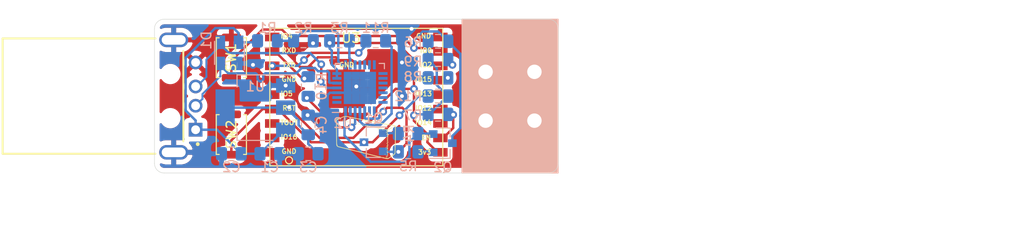
<source format=kicad_pcb>
(kicad_pcb (version 20171130) (host pcbnew "(5.1.4)-1")
  (layers (0 F.Cu signal) (31 B.Cu signal) (34 B.Paste user) (35 F.Paste user hide) (36 B.SilkS user) (37 F.SilkS user) (38 B.Mask user) (39 F.Mask user) (44 Edge.Cuts user))
  (net 0 "")
  (net 1 GND)
  (net 2 "Net-(R1-Pad2)")
  (net 3 +3V3)
  (net 4 +5V)
  (net 5 "Net-(U2-Pad1)")
  (net 6 "Net-(U2-Pad2)")
  (net 7 "Net-(U2-Pad11)")
  (net 8 "Net-(U2-Pad12)")
  (net 9 "Net-(U2-Pad13)")
  (net 10 "Net-(U2-Pad14)")
  (net 11 "Net-(U2-Pad15)")
  (net 12 "Net-(U2-Pad16)")
  (net 13 "Net-(U2-Pad17)")
  (net 14 "Net-(U2-Pad18)")
  (net 15 "Net-(U2-Pad20)")
  (net 16 "Net-(U2-Pad21)")
  (net 17 "Net-(U2-Pad22)")
  (net 18 "Net-(U2-Pad23)")
  (net 19 "Net-(U2-Pad27)")
  (net 20 "Net-(U3-Pad3)")
  (net 21 "Net-(U3-Pad4)")
  (net 22 "Net-(U3-Pad5)")
  (net 23 "Net-(U3-Pad10)")
  (net 24 "Net-(U3-Pad14)")
  (net 25 "Net-(U3-Pad16)")
  (net 26 "Net-(U3-Pad17)")
  (net 27 "Net-(R3-Pad2)")
  (net 28 "Net-(R10-Pad1)")
  (net 29 "Net-(U2-Pad19)")
  (net 30 "Net-(R11-Pad2)")
  (net 31 D-)
  (net 32 D+)
  (net 33 "Net-(Q1-Pad1)")
  (net 34 CP_RST)
  (net 35 E_RST)
  (net 36 E_IO0)
  (net 37 DTR)
  (net 38 "Net-(Q2-Pad1)")
  (net 39 E_EN)
  (net 40 E_IO15)
  (net 41 E_IO2)
  (net 42 TXD)
  (net 43 RXD)
  (module 13r1ckz:brick13_4x6_6 (layer F.Cu) (at 149 87.05)
    (fp_text reference G*** hide)
    (fp_text value LOGO hide)
  )
  (module logo:CHICKEN_3-9_4-2_logo (layer F.Cu) (at 164.1 88.8)
    (fp_text reference G*** hide)
    (fp_text value LOGO hide)
  )
  (module logo:OSHW-Logo_5.7x6mm_SilkScreen (layer F.Cu) (at 164 78.25)
    (fp_text reference REF** hide)
    (fp_text value OSHW-Logo_5.7x6mm_SilkScreen hide)
  )
  (module Deauth_usb:SMA_Horizontal (layer F.Cu) (at 164 83 270)
    (fp_text reference REF**)
    (fp_text value SMA_Horizontal)
    (pad 2 thru_hole circle (at -2.526 2.546 270) (size 2.25 2.25) (drill 1.5) (layers *.Cu *.Mask))
    (pad 2 thru_hole circle (at -2.526 -2.534 270) (size 2.25 2.25) (drill 1.5) (layers *.Cu *.Mask))
    (pad 2 thru_hole circle (at 2.554 2.546) (size 2.25 2.25) (drill 1.5) (layers *.Cu *.Mask))
    (pad 2 thru_hole circle (at 2.554 -2.534 270) (size 2.25 2.25) (drill 1.5) (layers *.Cu *.Mask))
  )
  (module Capacitor_SMD:C_0805_2012Metric_Pad1.15x1.40mm_HandSolder (layer B.Cu) (at 139 89)
    (fp_text reference C1 (at 0 1.4) (layer B.SilkS) (effects (justify mirror)))
    (fp_text value 4.7uF)
    (pad 1 smd roundrect (at -1.025 0) (size 1.15 1.4) (layers B.Cu B.Paste B.Mask) (roundrect_rratio 0.217391) (net 4 +5V))
    (pad 2 smd roundrect (at 1.025 0) (size 1.15 1.4) (layers B.Cu B.Paste B.Mask) (roundrect_rratio 0.217391) (net 1 GND))
  )
  (module Capacitor_SMD:C_0805_2012Metric_Pad1.15x1.40mm_HandSolder (layer B.Cu) (at 135 89 180)
    (fp_text reference C2 (at 0 -1.4) (layer B.SilkS) (effects (justify mirror)))
    (fp_text value 0.1uF)
    (pad 2 smd roundrect (at 1.025 0 180) (size 1.15 1.4) (layers B.Cu B.Paste B.Mask) (roundrect_rratio 0.217391) (net 1 GND))
    (pad 1 smd roundrect (at -1.025 0 180) (size 1.15 1.4) (layers B.Cu B.Paste B.Mask) (roundrect_rratio 0.217391) (net 4 +5V))
  )
  (module Capacitor_SMD:C_0805_2012Metric_Pad1.15x1.40mm_HandSolder (layer B.Cu) (at 143 89 180)
    (fp_text reference C3 (at 0 -1.4) (layer B.SilkS) (effects (justify mirror)))
    (fp_text value 4.7uF)
    (pad 1 smd roundrect (at -1.025 0 180) (size 1.15 1.4) (layers B.Cu B.Paste B.Mask) (roundrect_rratio 0.217391) (net 3 +3V3))
    (pad 2 smd roundrect (at 1.025 0 180) (size 1.15 1.4) (layers B.Cu B.Paste B.Mask) (roundrect_rratio 0.217391) (net 1 GND))
  )
  (module Capacitor_SMD:C_0805_2012Metric_Pad1.15x1.40mm_HandSolder (layer B.Cu) (at 143 86 90)
    (fp_text reference C4 (at 0 1.4 90) (layer B.SilkS) (effects (justify mirror)))
    (fp_text value 0.1uF)
    (pad 2 smd roundrect (at 1.025 0 90) (size 1.15 1.4) (layers B.Cu B.Paste B.Mask) (roundrect_rratio 0.217391) (net 1 GND))
    (pad 1 smd roundrect (at -1.025 0 90) (size 1.15 1.4) (layers B.Cu B.Paste B.Mask) (roundrect_rratio 0.217391) (net 3 +3V3))
  )
  (module Package_TO_SOT_SMD:SOT-143 (layer B.Cu) (at 134.8 78.5 90)
    (fp_text reference D1 (at 1.3 -2.4 90) (layer B.SilkS) (effects (justify mirror)))
    (fp_text value SP0503BAHT)
    (pad 1 smd rect (at -1.1 0.77 180) (size 1.2 1.4) (layers B.Cu B.Paste B.Mask) (net 1 GND))
    (pad 2 smd rect (at -1.1 -0.95 180) (size 1 1.4) (layers B.Cu B.Paste B.Mask) (net 31 D-))
    (pad 3 smd rect (at 1.1 -0.95 180) (size 1 1.4) (layers B.Cu B.Paste B.Mask) (net 32 D+))
    (pad 4 smd rect (at 1.1 0.95 180) (size 1 1.4) (layers B.Cu B.Paste B.Mask) (net 4 +5V))
  )
  (module Resistor_SMD:R_0805_2012Metric_Pad1.15x1.40mm_HandSolder (layer B.Cu) (at 138.75 77.25)
    (fp_text reference R1 (at 0 -1.35) (layer B.SilkS) (effects (justify mirror)))
    (fp_text value 22.1K)
    (pad 2 smd roundrect (at 1.025 0) (size 1.15 1.4) (layers B.Cu B.Paste B.Mask) (roundrect_rratio 0.217391) (net 2 "Net-(R1-Pad2)"))
    (pad 1 smd roundrect (at -1.025 0) (size 1.15 1.4) (layers B.Cu B.Paste B.Mask) (roundrect_rratio 0.217391) (net 4 +5V))
  )
  (module Resistor_SMD:R_0805_2012Metric_Pad1.15x1.40mm_HandSolder (layer B.Cu) (at 142.5 77.25)
    (fp_text reference R2 (at 0 -1.35) (layer B.SilkS) (effects (justify mirror)))
    (fp_text value 47.5K)
    (pad 1 smd roundrect (at -1.025 0) (size 1.15 1.4) (layers B.Cu B.Paste B.Mask) (roundrect_rratio 0.217391) (net 2 "Net-(R1-Pad2)"))
    (pad 2 smd roundrect (at 1.025 0) (size 1.15 1.4) (layers B.Cu B.Paste B.Mask) (roundrect_rratio 0.217391) (net 1 GND))
  )
  (module Resistor_SMD:R_0805_2012Metric_Pad1.15x1.40mm_HandSolder (layer B.Cu) (at 146.25 77.25)
    (fp_text reference R3 (at 0 -1.35) (layer B.SilkS) (effects (justify mirror)))
    (fp_text value 1K)
    (pad 1 smd roundrect (at -1.025 0) (size 1.15 1.4) (layers B.Cu B.Paste B.Mask) (roundrect_rratio 0.217391) (net 3 +3V3))
    (pad 2 smd roundrect (at 1.025 0) (size 1.15 1.4) (layers B.Cu B.Paste B.Mask) (roundrect_rratio 0.217391) (net 27 "Net-(R3-Pad2)"))
  )
  (module Resistor_SMD:R_0805_2012Metric_Pad1.15x1.40mm_HandSolder (layer B.Cu) (at 153.4 86.9)
    (fp_text reference R4 (at 0.1 0 90) (layer B.SilkS) (effects (justify mirror)))
    (fp_text value 4K7)
    (pad 2 smd roundrect (at 1.025 0) (size 1.15 1.4) (layers B.Cu B.Paste B.Mask) (roundrect_rratio 0.217391) (net 37 DTR))
    (pad 1 smd roundrect (at -1.025 0) (size 1.15 1.4) (layers B.Cu B.Paste B.Mask) (roundrect_rratio 0.217391) (net 33 "Net-(Q1-Pad1)"))
  )
  (module Resistor_SMD:R_0805_2012Metric_Pad1.15x1.40mm_HandSolder (layer B.Cu) (at 153.4 88.8 180)
    (fp_text reference R5 (at 0 -1.5) (layer B.SilkS) (effects (justify mirror)))
    (fp_text value 4K7)
    (pad 1 smd roundrect (at -1.025 0 180) (size 1.15 1.4) (layers B.Cu B.Paste B.Mask) (roundrect_rratio 0.217391) (net 38 "Net-(Q2-Pad1)"))
    (pad 2 smd roundrect (at 1.025 0 180) (size 1.15 1.4) (layers B.Cu B.Paste B.Mask) (roundrect_rratio 0.217391) (net 34 CP_RST))
  )
  (module Resistor_SMD:R_0805_2012Metric_Pad1.15x1.40mm_HandSolder (layer B.Cu) (at 156.5 77.3)
    (fp_text reference R6 (at -2.6 0.1) (layer B.SilkS) (effects (justify mirror)))
    (fp_text value 10K)
    (pad 2 smd roundrect (at 1.025 0) (size 1.15 1.4) (layers B.Cu B.Paste B.Mask) (roundrect_rratio 0.217391) (net 36 E_IO0))
    (pad 1 smd roundrect (at -1.025 0) (size 1.15 1.4) (layers B.Cu B.Paste B.Mask) (roundrect_rratio 0.217391) (net 3 +3V3))
  )
  (module Resistor_SMD:R_0805_2012Metric_Pad1.15x1.40mm_HandSolder (layer B.Cu) (at 156.5 84.9)
    (fp_text reference R7 (at -2.6 0.1) (layer B.SilkS) (effects (justify mirror)))
    (fp_text value 10K)
    (pad 1 smd roundrect (at -1.025 0) (size 1.15 1.4) (layers B.Cu B.Paste B.Mask) (roundrect_rratio 0.217391) (net 3 +3V3))
    (pad 2 smd roundrect (at 1.025 0) (size 1.15 1.4) (layers B.Cu B.Paste B.Mask) (roundrect_rratio 0.217391) (net 39 E_EN))
  )
  (module Resistor_SMD:R_0805_2012Metric_Pad1.15x1.40mm_HandSolder (layer B.Cu) (at 156.5 81.1)
    (fp_text reference R8 (at -2.6 -0.1) (layer B.SilkS) (effects (justify mirror)))
    (fp_text value 10K)
    (pad 2 smd roundrect (at 1.025 0) (size 1.15 1.4) (layers B.Cu B.Paste B.Mask) (roundrect_rratio 0.217391) (net 40 E_IO15))
    (pad 1 smd roundrect (at -1.025 0) (size 1.15 1.4) (layers B.Cu B.Paste B.Mask) (roundrect_rratio 0.217391) (net 1 GND))
  )
  (module Resistor_SMD:R_0805_2012Metric_Pad1.15x1.40mm_HandSolder (layer B.Cu) (at 156.5 79.2 180)
    (fp_text reference R9 (at 2.6 -0.2) (layer B.SilkS) (effects (justify mirror)))
    (fp_text value 10K)
    (pad 1 smd roundrect (at -1.025 0 180) (size 1.15 1.4) (layers B.Cu B.Paste B.Mask) (roundrect_rratio 0.217391) (net 41 E_IO2))
    (pad 2 smd roundrect (at 1.025 0 180) (size 1.15 1.4) (layers B.Cu B.Paste B.Mask) (roundrect_rratio 0.217391) (net 3 +3V3))
  )
  (module Resistor_SMD:R_0805_2012Metric_Pad1.15x1.40mm_HandSolder (layer B.Cu) (at 143 82 270)
    (fp_text reference R10 (at 0 -1.4 90) (layer B.SilkS) (effects (justify mirror)))
    (fp_text value 470)
    (pad 1 smd roundrect (at -1.025 0 270) (size 1.15 1.4) (layers B.Cu B.Paste B.Mask) (roundrect_rratio 0.217391) (net 28 "Net-(R10-Pad1)"))
    (pad 2 smd roundrect (at 1.025 0 270) (size 1.15 1.4) (layers B.Cu B.Paste B.Mask) (roundrect_rratio 0.217391) (net 42 TXD))
  )
  (module Resistor_SMD:R_0805_2012Metric_Pad1.15x1.40mm_HandSolder (layer B.Cu) (at 150.025 77.25 180)
    (fp_text reference R11 (at 0 1.35) (layer B.SilkS) (effects (justify mirror)))
    (fp_text value 470)
    (pad 1 smd roundrect (at -1.025 0 180) (size 1.15 1.4) (layers B.Cu B.Paste B.Mask) (roundrect_rratio 0.217391) (net 43 RXD))
    (pad 2 smd roundrect (at 1.025 0 180) (size 1.15 1.4) (layers B.Cu B.Paste B.Mask) (roundrect_rratio 0.217391) (net 30 "Net-(R11-Pad2)"))
  )
  (module Resistor_SMD:R_0805_2012Metric_Pad1.15x1.40mm_HandSolder (layer B.Cu) (at 156.5 83 180)
    (fp_text reference R12 (at 3.1 0) (layer B.SilkS) (effects (justify mirror)))
    (fp_text value 10K)
    (pad 2 smd roundrect (at 1.025 0 180) (size 1.15 1.4) (layers B.Cu B.Paste B.Mask) (roundrect_rratio 0.217391) (net 35 E_RST))
    (pad 1 smd roundrect (at -1.025 0 180) (size 1.15 1.4) (layers B.Cu B.Paste B.Mask) (roundrect_rratio 0.217391) (net 3 +3V3))
  )
  (module Button_Switch_SMD:SW_Push_SPST_NO_Alps_SKRK (layer F.Cu) (at 135 79 90)
    (fp_text reference SW1 (at 0 -0.025 90) (layer F.SilkS))
    (fp_text value SW_Flash)
    (pad 1 smd roundrect (at -2.1 0 90) (size 0.8 2) (layers F.Cu F.Paste F.Mask) (net 36 E_IO0))
    (pad 2 smd roundrect (at 2.1 0 90) (size 0.8 2) (layers F.Cu F.Paste F.Mask) (net 1 GND))
  )
  (module Button_Switch_SMD:SW_Push_SPST_NO_Alps_SKRK (layer F.Cu) (at 135 87 90)
    (fp_text reference SW2 (at 0 0 90) (layer F.SilkS))
    (fp_text value SW_RST)
    (pad 2 smd roundrect (at 2.1 0 90) (size 0.8 2) (layers F.Cu F.Paste F.Mask) (net 1 GND))
    (pad 1 smd roundrect (at -2.1 0 90) (size 0.8 2) (layers F.Cu F.Paste F.Mask) (net 35 E_RST))
  )
  (module Package_TO_SOT_SMD:SOT-223-3_TabPin2 (layer B.Cu) (at 137.5 84.2 180)
    (fp_text reference U1 (at 0 2.2) (layer B.SilkS) (effects (justify mirror)))
    (fp_text value NCP1117-3.3_SOT223)
    (pad 1 smd rect (at -3.15 2.3 180) (size 2 1.5) (layers B.Cu B.Paste B.Mask) (net 1 GND))
    (pad 3 smd rect (at -3.15 -2.3 180) (size 2 1.5) (layers B.Cu B.Paste B.Mask) (net 4 +5V))
    (pad 2 smd rect (at -3.15 0 180) (size 2 1.5) (layers B.Cu B.Paste B.Mask) (net 3 +3V3))
    (pad 2 smd rect (at 3.15 0 180) (size 2 3.8) (layers B.Cu B.Paste B.Mask) (net 3 +3V3))
  )
  (module Deauth_usb:CP2102N-A02-GQFN28 (layer B.Cu) (at 148.375 82.15)
    (fp_text reference U2 (at -1.775 3.65) (layer B.SilkS) (effects (justify mirror)))
    (fp_text value CP2102N-A02-GQFN28)
    (pad 1 smd rect (at -2.395 1.5 270) (size 0.3 0.95) (layers B.Cu B.Paste B.Mask) (net 5 "Net-(U2-Pad1)"))
    (pad 2 smd rect (at -2.395 1 270) (size 0.3 0.95) (layers B.Cu B.Paste B.Mask) (net 6 "Net-(U2-Pad2)"))
    (pad 3 smd rect (at -2.395 0.5 270) (size 0.3 0.95) (layers B.Cu B.Paste B.Mask) (net 1 GND))
    (pad 4 smd rect (at -2.395 0 270) (size 0.3 0.95) (layers B.Cu B.Paste B.Mask) (net 32 D+))
    (pad 5 smd rect (at -2.395 -0.5 270) (size 0.3 0.95) (layers B.Cu B.Paste B.Mask) (net 31 D-))
    (pad 6 smd rect (at -2.395 -1 270) (size 0.3 0.95) (layers B.Cu B.Paste B.Mask) (net 3 +3V3))
    (pad 7 smd rect (at -2.395 -1.5 270) (size 0.3 0.95) (layers B.Cu B.Paste B.Mask) (net 3 +3V3))
    (pad 8 smd rect (at -1.5 -2.405) (size 0.3 0.95) (layers B.Cu B.Paste B.Mask) (net 2 "Net-(R1-Pad2)"))
    (pad 9 smd rect (at -1 -2.405) (size 0.3 0.95) (layers B.Cu B.Paste B.Mask) (net 27 "Net-(R3-Pad2)"))
    (pad 10 smd rect (at -0.5 -2.405) (size 0.3 0.95) (layers B.Cu B.Paste B.Mask))
    (pad 11 smd rect (at 0 -2.405) (size 0.3 0.95) (layers B.Cu B.Paste B.Mask) (net 7 "Net-(U2-Pad11)"))
    (pad 12 smd rect (at 0.5 -2.405) (size 0.3 0.95) (layers B.Cu B.Paste B.Mask) (net 8 "Net-(U2-Pad12)"))
    (pad 13 smd rect (at 1 -2.405) (size 0.3 0.95) (layers B.Cu B.Paste B.Mask) (net 9 "Net-(U2-Pad13)"))
    (pad 14 smd rect (at 1.5 -2.405) (size 0.3 0.95) (layers B.Cu B.Paste B.Mask) (net 10 "Net-(U2-Pad14)"))
    (pad 15 smd rect (at 2.405 -1.5 270) (size 0.3 0.95) (layers B.Cu B.Paste B.Mask) (net 11 "Net-(U2-Pad15)"))
    (pad 16 smd rect (at 2.405 -1 270) (size 0.3 0.95) (layers B.Cu B.Paste B.Mask) (net 12 "Net-(U2-Pad16)"))
    (pad 17 smd rect (at 2.405 -0.5 270) (size 0.3 0.95) (layers B.Cu B.Paste B.Mask) (net 13 "Net-(U2-Pad17)"))
    (pad 18 smd rect (at 2.405 0 270) (size 0.3 0.95) (layers B.Cu B.Paste B.Mask) (net 14 "Net-(U2-Pad18)"))
    (pad 19 smd rect (at 2.405 0.5 270) (size 0.3 0.95) (layers B.Cu B.Paste B.Mask) (net 29 "Net-(U2-Pad19)"))
    (pad 20 smd rect (at 2.405 1 270) (size 0.3 0.95) (layers B.Cu B.Paste B.Mask) (net 15 "Net-(U2-Pad20)"))
    (pad 21 smd rect (at 2.405 1.5 270) (size 0.3 0.95) (layers B.Cu B.Paste B.Mask) (net 16 "Net-(U2-Pad21)"))
    (pad 22 smd rect (at 1.5 2.395) (size 0.3 0.95) (layers B.Cu B.Paste B.Mask) (net 17 "Net-(U2-Pad22)"))
    (pad 23 smd rect (at 1 2.395) (size 0.3 0.95) (layers B.Cu B.Paste B.Mask) (net 18 "Net-(U2-Pad23)"))
    (pad 24 smd rect (at 0.5 2.395) (size 0.3 0.95) (layers B.Cu B.Paste B.Mask) (net 34 CP_RST))
    (pad 25 smd rect (at 0 2.395) (size 0.3 0.95) (layers B.Cu B.Paste B.Mask) (net 43 RXD))
    (pad 26 smd rect (at -0.5 2.395) (size 0.3 0.95) (layers B.Cu B.Paste B.Mask) (net 42 TXD))
    (pad 27 smd rect (at -1 2.395) (size 0.3 0.95) (layers B.Cu B.Paste B.Mask) (net 19 "Net-(U2-Pad27)"))
    (pad 28 smd rect (at -1.5 2.395) (size 0.3 0.95) (layers B.Cu B.Paste B.Mask) (net 37 DTR))
    (pad 29 smd rect (at -1.25625 1.25625) (size 0.8375 0.8375) (layers B.Cu B.Paste B.Mask) (net 1 GND))
    (pad 29 smd rect (at -1.25625 0.41875) (size 0.8375 0.8375) (layers B.Cu B.Paste B.Mask) (net 1 GND))
    (pad 29 smd rect (at -1.25625 -0.41875) (size 0.8375 0.8375) (layers B.Cu B.Paste B.Mask) (net 1 GND))
    (pad 29 smd rect (at -1.25625 -1.25625) (size 0.8375 0.8375) (layers B.Cu B.Paste B.Mask) (net 1 GND))
    (pad 29 smd rect (at -0.41875 1.25625) (size 0.8375 0.8375) (layers B.Cu B.Paste B.Mask) (net 1 GND))
    (pad 29 smd rect (at -0.41875 0.41875) (size 0.8375 0.8375) (layers B.Cu B.Paste B.Mask) (net 1 GND))
    (pad 29 smd rect (at -0.41875 -0.41875) (size 0.8375 0.8375) (layers B.Cu B.Paste B.Mask) (net 1 GND))
    (pad 29 smd rect (at -0.41875 -1.25625) (size 0.8375 0.8375) (layers B.Cu B.Paste B.Mask) (net 1 GND))
    (pad 29 smd rect (at 0.41875 1.25625) (size 0.8375 0.8375) (layers B.Cu B.Paste B.Mask) (net 1 GND))
    (pad 29 smd rect (at 0.41875 0.41875) (size 0.8375 0.8375) (layers B.Cu B.Paste B.Mask) (net 1 GND))
    (pad 29 smd rect (at 0.41875 -0.41875) (size 0.8375 0.8375) (layers B.Cu B.Paste B.Mask) (net 1 GND))
    (pad 29 smd rect (at 0.41875 -1.25625) (size 0.8375 0.8375) (layers B.Cu B.Paste B.Mask) (net 1 GND))
    (pad 29 smd rect (at 1.25625 1.25625) (size 0.8375 0.8375) (layers B.Cu B.Paste B.Mask) (net 1 GND))
    (pad 29 smd rect (at 1.25625 0.41875) (size 0.8375 0.8375) (layers B.Cu B.Paste B.Mask) (net 1 GND))
    (pad 29 smd rect (at 1.25625 -0.41875) (size 0.8375 0.8375) (layers B.Cu B.Paste B.Mask) (net 1 GND))
    (pad 29 smd rect (at 1.25625 -1.25625) (size 0.8375 0.8375) (layers B.Cu B.Paste B.Mask) (net 1 GND))
  )
  (module Deauth_usb:ESP-WROOM-02U (layer F.Cu) (at 157 90.25 180)
    (fp_text reference U3 (at 9.55 13.3) (layer F.SilkS))
    (fp_text value ESP-WROOM-02U)
    (fp_text user 3v3 (at 1.89 1.41) (layer F.SilkS) (effects (font (size 0.5 0.5) (thickness 0.1))))
    (fp_text user EN (at 1.73 2.92) (layer F.SilkS) (effects (font (size 0.5 0.5) (thickness 0.1))))
    (fp_text user IO14 (at 2 4.5) (layer F.SilkS) (effects (font (size 0.5 0.5) (thickness 0.1))))
    (fp_text user IO12 (at 2 6) (layer F.SilkS) (effects (font (size 0.5 0.5) (thickness 0.1))))
    (fp_text user IO13 (at 2 7.5) (layer F.SilkS) (effects (font (size 0.5 0.5) (thickness 0.1))))
    (fp_text user IO15 (at 2 9) (layer F.SilkS) (effects (font (size 0.5 0.5) (thickness 0.1))))
    (fp_text user IO2 (at 1.75 10.5) (layer F.SilkS) (effects (font (size 0.5 0.5) (thickness 0.1))))
    (fp_text user IO0 (at 1.75 12) (layer F.SilkS) (effects (font (size 0.5 0.5) (thickness 0.1))))
    (fp_text user GND (at 2 13.5) (layer F.SilkS) (effects (font (size 0.5 0.5) (thickness 0.1))))
    (fp_text user GND (at 16 1.5) (layer F.SilkS) (effects (font (size 0.5 0.5) (thickness 0.1))))
    (fp_text user IO16 (at 16 3) (layer F.SilkS) (effects (font (size 0.5 0.5) (thickness 0.1))))
    (fp_text user TOUT (at 16 4.5) (layer F.SilkS) (effects (font (size 0.5 0.5) (thickness 0.1))))
    (fp_text user RST (at 16 6) (layer F.SilkS) (effects (font (size 0.5 0.5) (thickness 0.1))))
    (fp_text user IO5 (at 16.25 7.5) (layer F.SilkS) (effects (font (size 0.5 0.5) (thickness 0.1))))
    (fp_text user GND (at 16 9) (layer F.SilkS) (effects (font (size 0.5 0.5) (thickness 0.1))))
    (fp_text user TXD (at 16 10.5) (layer F.SilkS) (effects (font (size 0.5 0.5) (thickness 0.1))))
    (fp_text user RXD (at 16 12) (layer F.SilkS) (effects (font (size 0.5 0.5) (thickness 0.1))))
    (fp_text user IO4 (at 16.25 13.5) (layer F.SilkS) (effects (font (size 0.5 0.5) (thickness 0.1))))
    (fp_text user GND (at 10 10.5) (layer F.SilkS) (effects (font (size 0.5 0.5) (thickness 0.1))))
    (pad 1 smd rect (at 0.25 1.4 180) (size 1.5 0.9) (layers F.Cu F.Paste F.Mask) (net 3 +3V3))
    (pad 2 smd rect (at 0.25 2.9 180) (size 1.5 0.9) (layers F.Cu F.Paste F.Mask) (net 39 E_EN))
    (pad 3 smd rect (at 0.25 4.4 180) (size 1.5 0.9) (layers F.Cu F.Paste F.Mask) (net 20 "Net-(U3-Pad3)"))
    (pad 4 smd rect (at 0.25 5.9 180) (size 1.5 0.9) (layers F.Cu F.Paste F.Mask) (net 21 "Net-(U3-Pad4)"))
    (pad 5 smd rect (at 0.25 7.4 180) (size 1.5 0.9) (layers F.Cu F.Paste F.Mask) (net 22 "Net-(U3-Pad5)"))
    (pad 6 smd rect (at 0.25 8.9 180) (size 1.5 0.9) (layers F.Cu F.Paste F.Mask) (net 40 E_IO15))
    (pad 7 smd rect (at 0.25 10.4 180) (size 1.5 0.9) (layers F.Cu F.Paste F.Mask) (net 41 E_IO2))
    (pad 8 smd rect (at 0.25 11.9 180) (size 1.5 0.9) (layers F.Cu F.Paste F.Mask) (net 36 E_IO0))
    (pad 9 smd rect (at 0.25 13.4 180) (size 1.5 0.9) (layers F.Cu F.Paste F.Mask) (net 1 GND))
    (pad 10 smd rect (at 17.75 13.4 180) (size 1.5 0.9) (layers F.Cu F.Paste F.Mask) (net 23 "Net-(U3-Pad10)"))
    (pad 12 smd rect (at 17.75 10.4 180) (size 1.5 0.9) (layers F.Cu F.Paste F.Mask) (net 30 "Net-(R11-Pad2)"))
    (pad 14 smd rect (at 17.75 7.4 180) (size 1.5 0.9) (layers F.Cu F.Paste F.Mask) (net 24 "Net-(U3-Pad14)"))
    (pad 11 smd rect (at 17.75 11.9 180) (size 1.5 0.9) (layers F.Cu F.Paste F.Mask) (net 28 "Net-(R10-Pad1)"))
    (pad 16 smd rect (at 17.75 4.4 180) (size 1.5 0.9) (layers F.Cu F.Paste F.Mask) (net 25 "Net-(U3-Pad16)"))
    (pad 13 smd rect (at 17.75 8.9 180) (size 1.5 0.9) (layers F.Cu F.Paste F.Mask) (net 1 GND))
    (pad 17 smd rect (at 17.75 2.9 180) (size 1.5 0.9) (layers F.Cu F.Paste F.Mask) (net 26 "Net-(U3-Pad17)"))
    (pad 15 smd rect (at 17.75 5.9 180) (size 1.5 0.9) (layers F.Cu F.Paste F.Mask) (net 35 E_RST))
    (pad 18 smd rect (at 17.75 1.4 180) (size 1.5 0.9) (layers F.Cu F.Paste F.Mask) (net 1 GND))
    (pad 19 smd rect (at 10.1 8.01 180) (size 4 4) (layers F.Cu F.Paste F.Mask) (net 1 GND))
  )
  (module Deauth_usb:SAMTEC_USB-AM-S-X-X-TH (layer F.Cu) (at 129 83 270)
    (fp_text reference J1 (at -2.825 -6.135 90) (layer F.SilkS) (effects (font (thickness 0.015))))
    (fp_text value USB-AM-S-X-X-TH)
    (pad 04 thru_hole circle (at -3.5 -2.28 270) (size 1.428 1.428) (drill 0.92) (layers *.Cu *.Mask) (net 1 GND))
    (pad 03 thru_hole circle (at -1 -2.28 270) (size 1.428 1.428) (drill 0.92) (layers *.Cu *.Mask) (net 32 D+))
    (pad 02 thru_hole circle (at 1 -2.28 270) (size 1.428 1.428) (drill 0.92) (layers *.Cu *.Mask) (net 31 D-))
    (pad 01 thru_hole rect (at 3.5 -2.28 270) (size 1.428 1.428) (drill 0.92) (layers *.Cu *.Mask) (net 4 +5V))
    (pad S2 thru_hole oval (at 5.85 0 270) (size 1.508 3.016) (drill oval 1 2.5) (layers *.Cu *.Mask) (net 1 GND))
    (pad S1 thru_hole oval (at -5.85 0 270) (size 1.508 3.016) (drill oval 1 2.5) (layers *.Cu *.Mask) (net 1 GND))
    (pad None np_thru_hole circle (at 2.3 0.35 270) (size 1.1 1.1) (drill 1.1) (layers *.Cu *.Mask))
    (pad None np_thru_hole circle (at -2.3 0.35 270) (size 1.1 1.1) (drill 1.1) (layers *.Cu *.Mask))
  )
  (module Package_TO_SOT_SMD:SOT-23 (layer B.Cu) (at 149.8 87.8 180)
    (fp_text reference Q1 (at 0 2.5) (layer B.SilkS) (effects (justify mirror)))
    (fp_text value BC847)
    (pad 1 smd rect (at -1 0.95 180) (size 0.9 0.8) (layers B.Cu B.Paste B.Mask) (net 33 "Net-(Q1-Pad1)"))
    (pad 2 smd rect (at -1 -0.95 180) (size 0.9 0.8) (layers B.Cu B.Paste B.Mask) (net 34 CP_RST))
    (pad 3 smd rect (at 1 0 180) (size 0.9 0.8) (layers B.Cu B.Paste B.Mask) (net 35 E_RST))
  )
  (module Package_TO_SOT_SMD:SOT-23 (layer B.Cu) (at 157 87.9)
    (fp_text reference Q2 (at 0 2.5) (layer B.SilkS) (effects (justify mirror)))
    (fp_text value BC847)
    (pad 3 smd rect (at 1 0) (size 0.9 0.8) (layers B.Cu B.Paste B.Mask) (net 36 E_IO0))
    (pad 2 smd rect (at -1 -0.95) (size 0.9 0.8) (layers B.Cu B.Paste B.Mask) (net 37 DTR))
    (pad 1 smd rect (at -1 0.95) (size 0.9 0.8) (layers B.Cu B.Paste B.Mask) (net 38 "Net-(Q2-Pad1)"))
  )
  (gr_poly (pts (xy 159 75) (xy 169 75) (xy 169 91) (xy 159 91)) (layer B.SilkS) (width 0.1))
  (gr_line (start 169 76) (end 169 90) (layer Edge.Cuts) (width 0.05))
  (gr_arc (start 168 76) (end 169 76) (angle -90) (layer Edge.Cuts) (width 0.05))
  (gr_arc (start 168 90) (end 168 91) (angle -90) (layer Edge.Cuts) (width 0.05))
  (gr_arc (start 128 90) (end 127 90) (angle -90) (layer Edge.Cuts) (width 0.05))
  (gr_arc (start 128 76) (end 128 75) (angle -90) (layer Edge.Cuts) (width 0.05))
  (gr_line (start 128 75) (end 168 75) (layer Edge.Cuts) (width 0.05))
  (gr_line (start 128 91) (end 168 91) (layer Edge.Cuts) (width 0.05))
  (gr_line (start 127 76) (end 127 90) (layer Edge.Cuts) (width 0.05))
  (via (at 143.5 77.5) (size 0.8) (drill 0.4) (layers F.Cu B.Cu) (net 1))
  (via (at 148 82) (size 0.8) (drill 0.4) (layers F.Cu B.Cu) (net 1))
  (segment (start 147.11875 80.89375) (end 147.11875 83.40625) (width 0.25) (layer B.Cu) (net 1))
  (segment (start 147.95625 80.89375) (end 147.95625 83.40625) (width 0.25) (layer B.Cu) (net 1))
  (segment (start 148.79375 80.89375) (end 148.79375 83.40625) (width 0.25) (layer B.Cu) (net 1))
  (segment (start 149.63125 80.89375) (end 149.63125 83.40625) (width 0.25) (layer B.Cu) (net 1))
  (segment (start 149.63125 80.89375) (end 147.11875 80.89375) (width 0.25) (layer B.Cu) (net 1))
  (segment (start 146.705 82.65) (end 145.98 82.65) (width 0.25) (layer B.Cu) (net 1))
  (segment (start 148.88125 82.65) (end 146.705 82.65) (width 0.25) (layer B.Cu) (net 1))
  (segment (start 148.9625 82.56875) (end 148.88125 82.65) (width 0.25) (layer B.Cu) (net 1))
  (segment (start 149.63125 82.56875) (end 148.9625 82.56875) (width 0.25) (layer B.Cu) (net 1))
  (segment (start 135.57 79.5) (end 135.57 79.6) (width 0.25) (layer B.Cu) (net 1))
  (via (at 137.25 79.75) (size 0.8) (drill 0.4) (layers F.Cu B.Cu) (net 1))
  (segment (start 135.57 79.6) (end 137.1 79.6) (width 0.25) (layer B.Cu) (net 1))
  (segment (start 137.1 79.6) (end 137.25 79.75) (width 0.25) (layer B.Cu) (net 1))
  (segment (start 138.85 81.35) (end 139.25 81.35) (width 0.25) (layer F.Cu) (net 1))
  (segment (start 137.25 79.75) (end 138.85 81.35) (width 0.25) (layer F.Cu) (net 1))
  (via (at 140.65 81.9) (size 0.8) (drill 0.4) (layers F.Cu B.Cu) (net 1))
  (segment (start 139.25 81.35) (end 140.1 81.35) (width 0.25) (layer F.Cu) (net 1))
  (segment (start 140.1 81.35) (end 140.65 81.9) (width 0.25) (layer F.Cu) (net 1))
  (via (at 152.75 79.5) (size 0.8) (drill 0.4) (layers F.Cu B.Cu) (net 1))
  (via (at 152.75 83) (size 0.8) (drill 0.4) (layers F.Cu B.Cu) (net 1))
  (via (at 153.75 76) (size 0.8) (drill 0.4) (layers F.Cu B.Cu) (net 1))
  (segment (start 140.65 81.9) (end 140.65 82.4) (width 0.25) (layer F.Cu) (net 1))
  (segment (start 143 84.916268) (end 142.929907 84.986361) (width 0.25) (layer F.Cu) (net 1))
  (segment (start 144.443546 86.5) (end 143.329906 85.38636) (width 0.25) (layer B.Cu) (net 1))
  (segment (start 145.255 82.65) (end 145.02499 82.88001) (width 0.25) (layer B.Cu) (net 1))
  (segment (start 143 84.75) (end 143 84.916268) (width 0.25) (layer F.Cu) (net 1))
  (segment (start 145 86.5) (end 144.443546 86.5) (width 0.25) (layer B.Cu) (net 1))
  (segment (start 145.98 82.65) (end 145.255 82.65) (width 0.25) (layer B.Cu) (net 1))
  (segment (start 145.02499 82.88001) (end 145.02499 86.47501) (width 0.25) (layer B.Cu) (net 1))
  (segment (start 143.329906 85.38636) (end 142.929907 84.986361) (width 0.25) (layer B.Cu) (net 1))
  (segment (start 145.02499 86.47501) (end 145 86.5) (width 0.25) (layer B.Cu) (net 1))
  (via (at 142.929907 84.986361) (size 0.8) (drill 0.4) (layers F.Cu B.Cu) (net 1))
  (segment (start 144.004594 78.961808) (end 145.871808 78.961808) (width 0.25) (layer F.Cu) (net 1))
  (segment (start 142.991401 79.975001) (end 144.004594 78.961808) (width 0.25) (layer F.Cu) (net 1))
  (segment (start 142.152067 79.975001) (end 142.991401 79.975001) (width 0.25) (layer F.Cu) (net 1))
  (segment (start 141.6 78.834315) (end 141.6 79.422934) (width 0.25) (layer F.Cu) (net 1))
  (segment (start 143.5 77.5) (end 142.934315 77.5) (width 0.25) (layer F.Cu) (net 1))
  (segment (start 142.934315 77.5) (end 141.6 78.834315) (width 0.25) (layer F.Cu) (net 1))
  (segment (start 146.9 79.99) (end 146.9 82.24) (width 0.25) (layer F.Cu) (net 1))
  (segment (start 141.6 79.422934) (end 142.152067 79.975001) (width 0.25) (layer F.Cu) (net 1))
  (segment (start 145.871808 78.961808) (end 146.9 79.99) (width 0.25) (layer F.Cu) (net 1))
  (segment (start 139.775 77.25) (end 141.475 77.25) (width 0.25) (layer B.Cu) (net 2))
  (segment (start 142.098372 76.626628) (end 141.475 77.25) (width 0.25) (layer B.Cu) (net 2))
  (segment (start 142.50001 76.22499) (end 142.098372 76.626628) (width 0.25) (layer B.Cu) (net 2))
  (segment (start 145.78818 76.22499) (end 142.50001 76.22499) (width 0.25) (layer B.Cu) (net 2))
  (segment (start 146.12501 76.56182) (end 145.78818 76.22499) (width 0.25) (layer B.Cu) (net 2))
  (segment (start 146.12501 79.39501) (end 146.12501 76.56182) (width 0.25) (layer B.Cu) (net 2))
  (segment (start 146.475 79.745) (end 146.12501 79.39501) (width 0.25) (layer B.Cu) (net 2))
  (segment (start 146.875 79.745) (end 146.475 79.745) (width 0.25) (layer B.Cu) (net 2))
  (segment (start 140.65 84.2) (end 134.35 84.2) (width 0.25) (layer B.Cu) (net 3))
  (segment (start 142.376628 86.401628) (end 143 87.025) (width 0.25) (layer B.Cu) (net 3))
  (segment (start 142 86.025) (end 142.376628 86.401628) (width 0.25) (layer B.Cu) (net 3))
  (segment (start 142 85.514998) (end 142 86.025) (width 0.25) (layer B.Cu) (net 3))
  (segment (start 140.685002 84.2) (end 142 85.514998) (width 0.25) (layer B.Cu) (net 3))
  (segment (start 140.65 84.2) (end 140.685002 84.2) (width 0.25) (layer B.Cu) (net 3))
  (segment (start 143 87.975) (end 144.025 89) (width 0.25) (layer B.Cu) (net 3))
  (segment (start 143 87.025) (end 143 87.975) (width 0.25) (layer B.Cu) (net 3))
  (segment (start 145.98 80.65) (end 145.98 81.15) (width 0.25) (layer B.Cu) (net 3))
  (segment (start 155.475 77.3) (end 155.475 79.2) (width 0.25) (layer B.Cu) (net 3))
  (segment (start 156.901628 82.376628) (end 157.525 83) (width 0.25) (layer B.Cu) (net 3))
  (segment (start 156.37501 81.85001) (end 156.901628 82.376628) (width 0.25) (layer B.Cu) (net 3))
  (segment (start 156.37501 80.10001) (end 156.37501 81.85001) (width 0.25) (layer B.Cu) (net 3))
  (segment (start 155.475 79.2) (end 156.37501 80.10001) (width 0.25) (layer B.Cu) (net 3))
  (segment (start 155.6 84.9) (end 155.475 84.9) (width 0.25) (layer B.Cu) (net 3))
  (segment (start 157.525 83) (end 157.5 83) (width 0.25) (layer B.Cu) (net 3))
  (segment (start 157.5 83) (end 155.6 84.9) (width 0.25) (layer B.Cu) (net 3))
  (via (at 154.000029 85) (size 0.8) (drill 0.4) (layers F.Cu B.Cu) (net 3))
  (segment (start 155.475 84.9) (end 154.100029 84.9) (width 0.25) (layer B.Cu) (net 3))
  (segment (start 154.100029 84.9) (end 154.000029 85) (width 0.25) (layer B.Cu) (net 3))
  (segment (start 152.22501 77.47501) (end 145.790685 77.47501) (width 0.25) (layer F.Cu) (net 3))
  (segment (start 145.790685 77.47501) (end 145.225 77.47501) (width 0.25) (layer F.Cu) (net 3))
  (via (at 145.225 77.47501) (size 0.8) (drill 0.4) (layers F.Cu B.Cu) (net 3))
  (segment (start 154.000029 79.250029) (end 152.22501 77.47501) (width 0.25) (layer F.Cu) (net 3))
  (segment (start 145.98 80.65) (end 145.98 80.25) (width 0.25) (layer B.Cu) (net 3))
  (segment (start 145.225 78.040695) (end 145.225 77.47501) (width 0.25) (layer B.Cu) (net 3))
  (segment (start 145.98 80.25) (end 145.449466 79.719466) (width 0.25) (layer B.Cu) (net 3))
  (segment (start 145.449466 79.719466) (end 145.449466 78.265161) (width 0.25) (layer B.Cu) (net 3))
  (segment (start 145.449466 78.265161) (end 145.225 78.040695) (width 0.25) (layer B.Cu) (net 3))
  (via (at 141 84.162347) (size 0.8) (drill 0.4) (layers F.Cu B.Cu) (net 3))
  (segment (start 140.65 84.2) (end 140.687653 84.162347) (width 0.25) (layer B.Cu) (net 3))
  (via (at 154.000029 82.249971) (size 0.8) (drill 0.4) (layers F.Cu B.Cu) (net 3))
  (segment (start 152.095858 82.249971) (end 154.000029 82.249971) (width 0.25) (layer F.Cu) (net 3))
  (segment (start 150.075783 84.966048) (end 150.075783 84.270046) (width 0.25) (layer F.Cu) (net 3))
  (segment (start 147.691841 87.34999) (end 150.075783 84.966048) (width 0.25) (layer F.Cu) (net 3))
  (segment (start 144.187643 87.34999) (end 147.691841 87.34999) (width 0.25) (layer F.Cu) (net 3))
  (segment (start 150.075783 84.270046) (end 152.095858 82.249971) (width 0.25) (layer F.Cu) (net 3))
  (segment (start 141 84.162347) (end 144.187643 87.34999) (width 0.25) (layer F.Cu) (net 3))
  (segment (start 154.000029 82.249971) (end 154.000029 79.250029) (width 0.25) (layer F.Cu) (net 3))
  (segment (start 154.000029 85) (end 154.000029 82.249971) (width 0.25) (layer F.Cu) (net 3))
  (segment (start 154.000029 85.565685) (end 154.000029 85) (width 0.25) (layer F.Cu) (net 3))
  (segment (start 155.4 86.965656) (end 154.000029 85.565685) (width 0.25) (layer F.Cu) (net 3))
  (segment (start 155.4 87.8) (end 155.4 86.965656) (width 0.25) (layer F.Cu) (net 3))
  (segment (start 156.75 88.85) (end 156.45 88.85) (width 0.25) (layer F.Cu) (net 3))
  (segment (start 156.45 88.85) (end 155.4 87.8) (width 0.25) (layer F.Cu) (net 3))
  (segment (start 137.575 77.4) (end 137.725 77.25) (width 0.25) (layer B.Cu) (net 4))
  (segment (start 135.75 77.4) (end 137.575 77.4) (width 0.25) (layer B.Cu) (net 4))
  (segment (start 137.975 89) (end 136.025 89) (width 0.25) (layer B.Cu) (net 4))
  (segment (start 140.475 86.5) (end 140.65 86.5) (width 0.25) (layer B.Cu) (net 4))
  (segment (start 137.975 89) (end 140.475 86.5) (width 0.25) (layer B.Cu) (net 4))
  (segment (start 133.525 86.5) (end 136.025 89) (width 0.25) (layer B.Cu) (net 4))
  (segment (start 131.28 86.5) (end 133.525 86.5) (width 0.25) (layer B.Cu) (net 4))
  (segment (start 131.28 85.536) (end 130.240999 84.496999) (width 0.25) (layer B.Cu) (net 4))
  (segment (start 131.28 86.5) (end 131.28 85.536) (width 0.25) (layer B.Cu) (net 4))
  (segment (start 130.240999 84.496999) (end 130.240999 79.009001) (width 0.25) (layer B.Cu) (net 4))
  (segment (start 130.240999 79.009001) (end 133.32501 75.92499) (width 0.25) (layer B.Cu) (net 4))
  (segment (start 135.75 76.45) (end 135.75 77.4) (width 0.25) (layer B.Cu) (net 4))
  (segment (start 133.32501 75.92499) (end 135.22499 75.92499) (width 0.25) (layer B.Cu) (net 4))
  (segment (start 135.22499 75.92499) (end 135.75 76.45) (width 0.25) (layer B.Cu) (net 4))
  (segment (start 147.375 79.125) (end 147.375 79.745) (width 0.25) (layer B.Cu) (net 27))
  (segment (start 147.275 79.025) (end 147.375 79.125) (width 0.25) (layer B.Cu) (net 27))
  (segment (start 147.275 77.25) (end 147.275 79.025) (width 0.25) (layer B.Cu) (net 27))
  (via (at 142.595329 81.172207) (size 0.8) (drill 0.4) (layers F.Cu B.Cu) (net 28))
  (segment (start 139.25 78.35) (end 139.55 78.35) (width 0.25) (layer F.Cu) (net 28))
  (segment (start 139.55 78.35) (end 142.372207 81.172207) (width 0.25) (layer F.Cu) (net 28))
  (segment (start 142.372207 81.172207) (end 142.50305 81.172207) (width 0.25) (layer F.Cu) (net 28))
  (via (at 148.25 78.5) (size 0.8) (drill 0.4) (layers F.Cu B.Cu) (net 30))
  (segment (start 149 77.25) (end 149 77.75) (width 0.25) (layer B.Cu) (net 30))
  (segment (start 149 77.75) (end 148.25 78.5) (width 0.25) (layer B.Cu) (net 30))
  (via (at 139.25 79.85) (size 0.8) (drill 0.4) (layers F.Cu B.Cu) (net 30))
  (segment (start 142.100078 79.64999) (end 142.163544 79.64999) (width 0.25) (layer B.Cu) (net 30))
  (segment (start 142.963542 78.849992) (end 142.563543 79.249991) (width 0.25) (layer F.Cu) (net 30))
  (segment (start 139.25 79.85) (end 141.900068 79.85) (width 0.25) (layer B.Cu) (net 30))
  (segment (start 141.900068 79.85) (end 142.100078 79.64999) (width 0.25) (layer B.Cu) (net 30))
  (segment (start 143.313534 78.5) (end 142.963542 78.849992) (width 0.25) (layer F.Cu) (net 30))
  (segment (start 148.25 78.5) (end 143.313534 78.5) (width 0.25) (layer F.Cu) (net 30))
  (segment (start 142.163544 79.64999) (end 142.563543 79.249991) (width 0.25) (layer B.Cu) (net 30))
  (via (at 142.563543 79.249991) (size 0.8) (drill 0.4) (layers F.Cu B.Cu) (net 30))
  (segment (start 131.993999 83.286001) (end 131.993999 82.786723) (width 0.2) (layer B.Cu) (net 31))
  (segment (start 131.28 84) (end 131.993999 83.286001) (width 0.2) (layer B.Cu) (net 31))
  (segment (start 131.993999 82.786723) (end 133.85 80.930722) (width 0.2) (layer B.Cu) (net 31))
  (segment (start 133.85 80.930722) (end 133.85 80.5) (width 0.2) (layer B.Cu) (net 31))
  (segment (start 133.85 80.5) (end 133.85 79.6) (width 0.2) (layer B.Cu) (net 31))
  (segment (start 145.98 81.625001) (end 145.98 81.65) (width 0.25) (layer B.Cu) (net 31))
  (segment (start 145.244999 81.625001) (end 145.98 81.625001) (width 0.25) (layer B.Cu) (net 31))
  (segment (start 145.179999 81.560001) (end 145.244999 81.625001) (width 0.25) (layer B.Cu) (net 31))
  (segment (start 145.179999 80.579999) (end 145.179999 81.560001) (width 0.25) (layer B.Cu) (net 31))
  (segment (start 145.01182 80.41182) (end 145.179999 80.579999) (width 0.25) (layer B.Cu) (net 31))
  (segment (start 144.02501 80.41182) (end 145.01182 80.41182) (width 0.25) (layer B.Cu) (net 31))
  (segment (start 143.68818 80.07499) (end 144.02501 80.41182) (width 0.25) (layer B.Cu) (net 31))
  (segment (start 137.732522 81.230939) (end 137.75471 81.294348) (width 0.25) (layer B.Cu) (net 31))
  (segment (start 137.555166 80.65471) (end 137.612047 80.690451) (width 0.25) (layer B.Cu) (net 31))
  (segment (start 137.725001 81.164183) (end 137.732522 81.230939) (width 0.25) (layer B.Cu) (net 31))
  (segment (start 137.725001 80.925001) (end 137.725001 81.164183) (width 0.25) (layer B.Cu) (net 31))
  (segment (start 137.837954 81.398732) (end 137.894835 81.434473) (width 0.25) (layer B.Cu) (net 31))
  (segment (start 141.761809 80.625001) (end 142.31182 80.07499) (width 0.25) (layer B.Cu) (net 31))
  (segment (start 137.717479 80.858244) (end 137.725001 80.925001) (width 0.25) (layer B.Cu) (net 31))
  (segment (start 138.317479 81.230939) (end 138.325001 81.164183) (width 0.25) (layer B.Cu) (net 31))
  (segment (start 137.65955 80.737954) (end 137.695291 80.794835) (width 0.25) (layer B.Cu) (net 31))
  (segment (start 138.212047 81.398732) (end 138.25955 81.351229) (width 0.25) (layer B.Cu) (net 31))
  (segment (start 137.612047 80.690451) (end 137.65955 80.737954) (width 0.25) (layer B.Cu) (net 31))
  (segment (start 137.695291 80.794835) (end 137.717479 80.858244) (width 0.25) (layer B.Cu) (net 31))
  (segment (start 133.85 79.6) (end 133.85 79.8) (width 0.25) (layer B.Cu) (net 31))
  (segment (start 137.425001 80.625001) (end 137.491757 80.632522) (width 0.25) (layer B.Cu) (net 31))
  (segment (start 137.790451 81.351229) (end 137.837954 81.398732) (width 0.25) (layer B.Cu) (net 31))
  (segment (start 138.494835 80.65471) (end 138.558244 80.632522) (width 0.25) (layer B.Cu) (net 31))
  (segment (start 133.85 79.8) (end 134.675001 80.625001) (width 0.25) (layer B.Cu) (net 31))
  (segment (start 137.491757 80.632522) (end 137.555166 80.65471) (width 0.25) (layer B.Cu) (net 31))
  (segment (start 137.75471 81.294348) (end 137.790451 81.351229) (width 0.25) (layer B.Cu) (net 31))
  (segment (start 134.675001 80.625001) (end 137.425001 80.625001) (width 0.25) (layer B.Cu) (net 31))
  (segment (start 137.894835 81.434473) (end 137.958244 81.456661) (width 0.25) (layer B.Cu) (net 31))
  (segment (start 138.625001 80.625001) (end 141.761809 80.625001) (width 0.25) (layer B.Cu) (net 31))
  (segment (start 137.958244 81.456661) (end 138.025001 81.464183) (width 0.25) (layer B.Cu) (net 31))
  (segment (start 142.31182 80.07499) (end 143.68818 80.07499) (width 0.25) (layer B.Cu) (net 31))
  (segment (start 138.025001 81.464183) (end 138.091757 81.456661) (width 0.25) (layer B.Cu) (net 31))
  (segment (start 138.091757 81.456661) (end 138.155166 81.434473) (width 0.25) (layer B.Cu) (net 31))
  (segment (start 138.155166 81.434473) (end 138.212047 81.398732) (width 0.25) (layer B.Cu) (net 31))
  (segment (start 138.25955 81.351229) (end 138.295291 81.294348) (width 0.25) (layer B.Cu) (net 31))
  (segment (start 138.295291 81.294348) (end 138.317479 81.230939) (width 0.25) (layer B.Cu) (net 31))
  (segment (start 138.325001 81.164183) (end 138.325001 80.925001) (width 0.25) (layer B.Cu) (net 31))
  (segment (start 138.325001 80.925001) (end 138.332522 80.858244) (width 0.25) (layer B.Cu) (net 31))
  (segment (start 138.332522 80.858244) (end 138.35471 80.794835) (width 0.25) (layer B.Cu) (net 31))
  (segment (start 138.35471 80.794835) (end 138.390451 80.737954) (width 0.25) (layer B.Cu) (net 31))
  (segment (start 138.390451 80.737954) (end 138.437954 80.690451) (width 0.25) (layer B.Cu) (net 31))
  (segment (start 138.437954 80.690451) (end 138.494835 80.65471) (width 0.25) (layer B.Cu) (net 31))
  (segment (start 138.558244 80.632522) (end 138.625001 80.625001) (width 0.25) (layer B.Cu) (net 31))
  (segment (start 133.85 77.75) (end 133.85 77.4) (width 0.2) (layer B.Cu) (net 32))
  (segment (start 132.4 79.2) (end 133.85 77.75) (width 0.2) (layer B.Cu) (net 32))
  (segment (start 132.4 81) (end 132.4 79.2) (width 0.2) (layer B.Cu) (net 32))
  (segment (start 131.28 82) (end 131.4 82) (width 0.2) (layer B.Cu) (net 32))
  (segment (start 131.4 82) (end 132.4 81) (width 0.2) (layer B.Cu) (net 32))
  (segment (start 133.85 77.4) (end 133.85 77.6) (width 0.25) (layer B.Cu) (net 32))
  (segment (start 143.952597 79.286811) (end 144.352596 79.68681) (width 0.25) (layer B.Cu) (net 32))
  (segment (start 143.190776 78.52499) (end 143.952597 79.286811) (width 0.25) (layer B.Cu) (net 32))
  (segment (start 134.77499 78.52499) (end 143.190776 78.52499) (width 0.25) (layer B.Cu) (net 32))
  (via (at 144.352596 79.68681) (size 0.8) (drill 0.4) (layers F.Cu B.Cu) (net 32))
  (segment (start 133.85 77.6) (end 134.77499 78.52499) (width 0.25) (layer B.Cu) (net 32))
  (segment (start 144.95005 82.15) (end 144.699997 81.899947) (width 0.25) (layer B.Cu) (net 32))
  (segment (start 144.699997 81.899947) (end 144.299998 81.499948) (width 0.25) (layer B.Cu) (net 32))
  (segment (start 144.352596 81.44735) (end 144.299998 81.499948) (width 0.25) (layer F.Cu) (net 32))
  (segment (start 145.98 82.15) (end 144.95005 82.15) (width 0.25) (layer B.Cu) (net 32))
  (segment (start 144.352596 79.68681) (end 144.352596 81.44735) (width 0.25) (layer F.Cu) (net 32))
  (via (at 144.299998 81.499948) (size 0.8) (drill 0.4) (layers F.Cu B.Cu) (net 32))
  (segment (start 152.325 86.85) (end 152.375 86.9) (width 0.25) (layer B.Cu) (net 33))
  (segment (start 150.8 86.85) (end 152.325 86.85) (width 0.25) (layer B.Cu) (net 33))
  (segment (start 150.85 88.8) (end 150.8 88.75) (width 0.25) (layer B.Cu) (net 34))
  (segment (start 152.375 88.8) (end 150.85 88.8) (width 0.25) (layer B.Cu) (net 34))
  (segment (start 150.400785 85.229217) (end 150.400785 85.018046) (width 0.25) (layer B.Cu) (net 34))
  (segment (start 150.285001 85.345001) (end 150.400785 85.229217) (width 0.25) (layer B.Cu) (net 34))
  (segment (start 148.950001 85.345001) (end 150.285001 85.345001) (width 0.25) (layer B.Cu) (net 34))
  (segment (start 148.875 84.545) (end 148.875 85.27) (width 0.25) (layer B.Cu) (net 34))
  (segment (start 150.400785 85.018046) (end 150.800784 84.618047) (width 0.25) (layer B.Cu) (net 34))
  (segment (start 148.875 85.27) (end 148.950001 85.345001) (width 0.25) (layer B.Cu) (net 34))
  (via (at 150.800784 84.618047) (size 0.8) (drill 0.4) (layers F.Cu B.Cu) (net 34))
  (segment (start 153.225057 87.949943) (end 152.375 88.8) (width 0.25) (layer F.Cu) (net 34))
  (segment (start 153.225057 84.651999) (end 153.225057 87.949943) (width 0.25) (layer F.Cu) (net 34))
  (segment (start 152.791106 84.218048) (end 153.225057 84.651999) (width 0.25) (layer F.Cu) (net 34))
  (segment (start 151.200783 84.218048) (end 152.791106 84.218048) (width 0.25) (layer F.Cu) (net 34))
  (segment (start 150.800784 84.618047) (end 151.200783 84.218048) (width 0.25) (layer F.Cu) (net 34))
  (via (at 152.375 88.8) (size 0.8) (drill 0.4) (layers F.Cu B.Cu) (net 34))
  (segment (start 135 88.6) (end 135 89.1) (width 0.25) (layer F.Cu) (net 35))
  (segment (start 135 87.6) (end 135 88.6) (width 0.25) (layer F.Cu) (net 35))
  (segment (start 138.25 84.35) (end 135 87.6) (width 0.25) (layer F.Cu) (net 35))
  (segment (start 139.25 84.35) (end 138.25 84.35) (width 0.25) (layer F.Cu) (net 35))
  (via (at 148.8 87.8) (size 0.8) (drill 0.4) (layers F.Cu B.Cu) (net 35))
  (segment (start 148.8 87.8) (end 149.700056 87.8) (width 0.25) (layer F.Cu) (net 35))
  (segment (start 154.500056 83) (end 152.900055 84.600001) (width 0.25) (layer B.Cu) (net 35))
  (via (at 152.500056 85) (size 0.8) (drill 0.4) (layers F.Cu B.Cu) (net 35))
  (segment (start 149.700056 87.8) (end 152.100057 85.399999) (width 0.25) (layer F.Cu) (net 35))
  (segment (start 155.475 83) (end 154.500056 83) (width 0.25) (layer B.Cu) (net 35))
  (segment (start 152.100057 85.399999) (end 152.500056 85) (width 0.25) (layer F.Cu) (net 35))
  (segment (start 152.900055 84.600001) (end 152.500056 85) (width 0.25) (layer B.Cu) (net 35))
  (segment (start 143.3 87.8) (end 148.8 87.8) (width 0.25) (layer F.Cu) (net 35))
  (segment (start 139.25 84.35) (end 139.85 84.35) (width 0.25) (layer F.Cu) (net 35))
  (segment (start 139.85 84.35) (end 143.3 87.8) (width 0.25) (layer F.Cu) (net 35))
  (via (at 154 78) (size 0.8) (drill 0.4) (layers F.Cu B.Cu) (net 36))
  (segment (start 154 77.18681) (end 154 78) (width 0.25) (layer B.Cu) (net 36))
  (segment (start 154.91182 76.27499) (end 154 77.18681) (width 0.25) (layer B.Cu) (net 36))
  (segment (start 156.49999 76.27499) (end 154.91182 76.27499) (width 0.25) (layer B.Cu) (net 36))
  (segment (start 156.4 78) (end 156.75 78.35) (width 0.25) (layer F.Cu) (net 36))
  (segment (start 154 78) (end 156.4 78) (width 0.25) (layer F.Cu) (net 36))
  (segment (start 135 80.6) (end 135 81.1) (width 0.25) (layer F.Cu) (net 36))
  (segment (start 152.75 76.75) (end 140.935002 76.75) (width 0.25) (layer F.Cu) (net 36))
  (segment (start 154 78) (end 152.75 76.75) (width 0.25) (layer F.Cu) (net 36))
  (segment (start 140.935002 76.75) (end 140.260001 76.074999) (width 0.25) (layer F.Cu) (net 36))
  (segment (start 140.260001 76.074999) (end 138.239999 76.074999) (width 0.25) (layer F.Cu) (net 36))
  (segment (start 138.239999 76.074999) (end 135 79.314998) (width 0.25) (layer F.Cu) (net 36))
  (segment (start 135 79.314998) (end 135 80.6) (width 0.25) (layer F.Cu) (net 36))
  (segment (start 158 87.15) (end 158.825054 86.324946) (width 0.25) (layer B.Cu) (net 36))
  (segment (start 158.825054 86.324946) (end 158.825054 85.051998) (width 0.25) (layer B.Cu) (net 36))
  (segment (start 158.825003 85.051947) (end 158.825003 78.600003) (width 0.25) (layer B.Cu) (net 36))
  (segment (start 158 87.8) (end 158 87.15) (width 0.25) (layer B.Cu) (net 36))
  (segment (start 158.825054 85.051998) (end 158.825003 85.051947) (width 0.25) (layer B.Cu) (net 36))
  (segment (start 158.148372 77.923372) (end 157.525 77.3) (width 0.25) (layer B.Cu) (net 36))
  (segment (start 157.525 77.3) (end 156.49999 76.27499) (width 0.25) (layer B.Cu) (net 36))
  (segment (start 158.825003 78.600003) (end 158.148372 77.923372) (width 0.25) (layer B.Cu) (net 36))
  (segment (start 155.95 86.9) (end 156 86.85) (width 0.25) (layer B.Cu) (net 37))
  (segment (start 154.425 86.9) (end 155.95 86.9) (width 0.25) (layer B.Cu) (net 37))
  (segment (start 153.801628 87.523372) (end 154.425 86.9) (width 0.25) (layer B.Cu) (net 37))
  (segment (start 153.52499 87.80001) (end 153.801628 87.523372) (width 0.25) (layer B.Cu) (net 37))
  (segment (start 153.52499 89.2382) (end 153.52499 87.80001) (width 0.25) (layer B.Cu) (net 37))
  (segment (start 152.93818 89.82501) (end 153.52499 89.2382) (width 0.25) (layer B.Cu) (net 37))
  (segment (start 149.490008 89.82501) (end 152.93818 89.82501) (width 0.25) (layer B.Cu) (net 37))
  (segment (start 146.774999 87.110001) (end 149.490008 89.82501) (width 0.25) (layer B.Cu) (net 37))
  (segment (start 146.774999 85.370001) (end 146.774999 87.110001) (width 0.25) (layer B.Cu) (net 37))
  (segment (start 146.875 85.27) (end 146.774999 85.370001) (width 0.25) (layer B.Cu) (net 37))
  (segment (start 146.875 84.545) (end 146.875 85.27) (width 0.25) (layer B.Cu) (net 37))
  (segment (start 154.475 88.75) (end 154.425 88.8) (width 0.25) (layer B.Cu) (net 38))
  (segment (start 156 88.75) (end 154.475 88.75) (width 0.25) (layer B.Cu) (net 38))
  (segment (start 156.75 87.35) (end 157.05 87.35) (width 0.25) (layer F.Cu) (net 39))
  (segment (start 157.525 84.9) (end 158.046331 84.9) (width 0.25) (layer B.Cu) (net 39))
  (segment (start 157.05 87.35) (end 158.084004 86.315996) (width 0.25) (layer F.Cu) (net 39))
  (segment (start 158.084004 86.315996) (end 158.084004 85.503358) (width 0.25) (layer F.Cu) (net 39))
  (segment (start 158.046331 84.9) (end 158.084004 84.937673) (width 0.25) (layer B.Cu) (net 39))
  (segment (start 158.084004 85.503358) (end 158.084004 84.937673) (width 0.25) (layer F.Cu) (net 39))
  (via (at 158.084004 84.937673) (size 0.8) (drill 0.4) (layers F.Cu B.Cu) (net 39))
  (via (at 157.525 81.1) (size 0.8) (drill 0.4) (layers F.Cu B.Cu) (net 40))
  (segment (start 157 81.1) (end 156.75 81.35) (width 0.25) (layer F.Cu) (net 40))
  (segment (start 157.525 81.1) (end 157 81.1) (width 0.25) (layer F.Cu) (net 40))
  (via (at 158 79.75) (size 0.8) (drill 0.4) (layers F.Cu B.Cu) (net 41))
  (segment (start 157.525 79.2) (end 157.525 79.275) (width 0.25) (layer B.Cu) (net 41))
  (segment (start 157.525 79.275) (end 158 79.75) (width 0.25) (layer B.Cu) (net 41))
  (segment (start 156.85 79.75) (end 156.75 79.85) (width 0.25) (layer F.Cu) (net 41))
  (segment (start 158 79.75) (end 156.85 79.75) (width 0.25) (layer F.Cu) (net 41))
  (segment (start 147.875 85.875) (end 147.5 86.25) (width 0.25) (layer B.Cu) (net 42))
  (segment (start 147.875 84.545) (end 147.875 85.875) (width 0.25) (layer B.Cu) (net 42))
  (via (at 147.5 86.25) (size 0.8) (drill 0.4) (layers F.Cu B.Cu) (net 42))
  (segment (start 147.5 86.25) (end 145.909266 86.25) (width 0.25) (layer F.Cu) (net 42))
  (segment (start 145.909266 86.25) (end 143.257229 83.597963) (width 0.25) (layer F.Cu) (net 42))
  (via (at 142.85723 83.197964) (size 0.8) (drill 0.4) (layers F.Cu B.Cu) (net 42))
  (segment (start 143.257229 83.597963) (end 142.85723 83.197964) (width 0.25) (layer F.Cu) (net 42))
  (segment (start 151.673372 77.873372) (end 151.05 77.25) (width 0.25) (layer B.Cu) (net 43))
  (segment (start 151.673372 84.826628) (end 151.673372 77.873372) (width 0.25) (layer B.Cu) (net 43))
  (segment (start 150.5 86) (end 151.673372 84.826628) (width 0.25) (layer B.Cu) (net 43))
  (segment (start 148.75 86) (end 150.5 86) (width 0.25) (layer B.Cu) (net 43))
  (segment (start 148.375 84.545) (end 148.375 85.625) (width 0.25) (layer B.Cu) (net 43))
  (segment (start 148.375 85.625) (end 148.75 86) (width 0.25) (layer B.Cu) (net 43))
  (zone (net 1) (net_name GND) (layer F.Cu) (connect_pads (clearance 0.508)) (min_thickness 0.254) (fill yes (arc_segments 32) (thermal_gap 0.508) (thermal_bridge_width 0.508))
    (polygon (pts (xy 126.5 73) (xy 217.5 73) (xy 217.5 96.5) (xy 126.5 96.5)))
  )
  (zone (net 1) (net_name GND) (layer B.Cu) (connect_pads (clearance 0.508)) (min_thickness 0.254) (fill yes (arc_segments 32) (thermal_gap 0.508) (thermal_bridge_width 0.508))
    (polygon (pts (xy 126.5 73) (xy 217.5 73) (xy 217.5 96.5) (xy 126.5 96.5)))
  )
  (zone (net 0) (net_name "") (layers F&B.Cu) (connect_pads (clearance 0.508)) (min_thickness 0.254)
    (keepout (tracks not_allowed) (vias not_allowed) (copperpour not_allowed))
    (fill (arc_segments 32) (thermal_gap 0.508) (thermal_bridge_width 0.508))
    (polygon (pts (xy 159.25 74) (xy 159.25 92) (xy 170 92) (xy 170 74)))
  )
)
</source>
